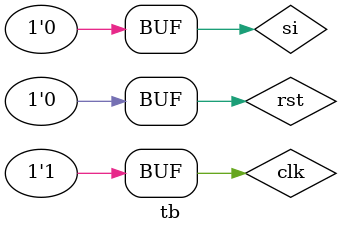
<source format=v>
module sipo(si, clk, rst, po);
    input si, clk, rst;
    output reg [3:0] po;

    always @(posedge clk or posedge rst) begin
        if(rst) begin
            po <= 4'b0000;
        end else begin
            po = po << 1;
            po[0] = si;
        end
    end
endmodule

module tb();
    reg si, clk, rst;
    wire [3:0] po;
    sipo sso(si, clk, rst, po);

    initial begin
        $monitor("%b %d", po, si);
        clk = 1;
        rst = 1;
        #100;
        clk = 0;
        rst = 0;
        #100;
        clk = 1;
        si = 1;
        #100;
        clk = 0;
        #100;
        clk = 1;
        si = 1;
        #100;
        clk = 0;
        #100;
        clk = 1;
        si = 0;
        #100;
        clk = 0;
        #100;
        clk = 1;
        si = 1;
        #100;
        clk = 0;
        #100;
        clk = 1;
        si = 0;
        #100;
    end
endmodule
</source>
